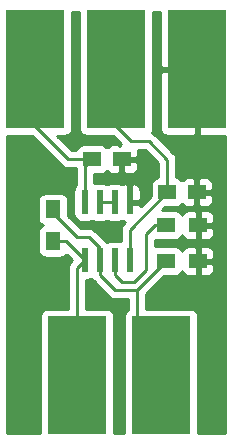
<source format=gtl>
G04 #@! TF.GenerationSoftware,KiCad,Pcbnew,(5.1.5)-3*
G04 #@! TF.CreationDate,2020-06-08T15:14:44-04:00*
G04 #@! TF.ProjectId,Vextrex Buzz Fix,56657874-7265-4782-9042-757a7a204669,rev?*
G04 #@! TF.SameCoordinates,Original*
G04 #@! TF.FileFunction,Copper,L1,Top*
G04 #@! TF.FilePolarity,Positive*
%FSLAX46Y46*%
G04 Gerber Fmt 4.6, Leading zero omitted, Abs format (unit mm)*
G04 Created by KiCad (PCBNEW (5.1.5)-3) date 2020-06-08 15:14:44*
%MOMM*%
%LPD*%
G04 APERTURE LIST*
%ADD10R,1.500000X1.250000*%
%ADD11R,1.500000X1.300000*%
%ADD12R,1.300000X1.500000*%
%ADD13R,0.600000X2.000000*%
%ADD14R,5.000000X10.000000*%
%ADD15C,0.600000*%
%ADD16C,0.250000*%
%ADD17C,0.254000*%
G04 APERTURE END LIST*
D10*
X147340000Y-99314000D03*
X149840000Y-99314000D03*
X153690000Y-102108000D03*
X156190000Y-102108000D03*
D11*
X153590000Y-107950000D03*
X156290000Y-107950000D03*
X153590000Y-104902000D03*
X156290000Y-104902000D03*
D12*
X144018000Y-106252000D03*
X144018000Y-103552000D03*
D13*
X146685000Y-107860000D03*
X147955000Y-107860000D03*
X150495000Y-107860000D03*
X150495000Y-102960000D03*
X149225000Y-102960000D03*
X147955000Y-102960000D03*
X146685000Y-102960000D03*
X149225000Y-107860000D03*
D14*
X153162000Y-117602000D03*
X146050000Y-117602000D03*
X142494000Y-91694000D03*
X149352000Y-91694000D03*
X156210000Y-91694000D03*
D15*
X145796000Y-97536000D03*
X141224000Y-101346000D03*
X141478000Y-113030000D03*
X149606000Y-111760000D03*
X156972000Y-111252000D03*
X152000000Y-100250000D03*
D16*
X147955000Y-102960000D02*
X149225000Y-102960000D01*
X147340000Y-99314000D02*
X145288000Y-99314000D01*
X145288000Y-99314000D02*
X142494000Y-96520000D01*
X142494000Y-96520000D02*
X142494000Y-91694000D01*
X146685000Y-102960000D02*
X146685000Y-99969000D01*
X146685000Y-99969000D02*
X147340000Y-99314000D01*
X149840000Y-99314000D02*
X149606000Y-99314000D01*
X153690000Y-102108000D02*
X153690000Y-99334000D01*
X150622000Y-97790000D02*
X148590000Y-95758000D01*
X152146000Y-97790000D02*
X150622000Y-97790000D01*
X153690000Y-99334000D02*
X152146000Y-97790000D01*
X150495000Y-107860000D02*
X150495000Y-105303000D01*
X150495000Y-105303000D02*
X153690000Y-102108000D01*
X144018000Y-103552000D02*
X144018000Y-103886000D01*
X144018000Y-103886000D02*
X146050000Y-105918000D01*
X146050000Y-105918000D02*
X147066000Y-105918000D01*
X147066000Y-105918000D02*
X147955000Y-106807000D01*
X147955000Y-106807000D02*
X147955000Y-107860000D01*
X151130000Y-110410000D02*
X149272000Y-110410000D01*
X147955000Y-109093000D02*
X147955000Y-107860000D01*
X149272000Y-110410000D02*
X147955000Y-109093000D01*
X151130000Y-113030000D02*
X151130000Y-110410000D01*
X151130000Y-110410000D02*
X153590000Y-107950000D01*
X144018000Y-106252000D02*
X145077000Y-106252000D01*
X145077000Y-106252000D02*
X146685000Y-107860000D01*
X146050000Y-113030000D02*
X146050000Y-108495000D01*
X146050000Y-108495000D02*
X146685000Y-107860000D01*
X153590000Y-104902000D02*
X152654000Y-104902000D01*
X149225000Y-109093000D02*
X149225000Y-107860000D01*
X149860000Y-109728000D02*
X149225000Y-109093000D01*
X150876000Y-109728000D02*
X149860000Y-109728000D01*
X151892000Y-108712000D02*
X150876000Y-109728000D01*
X151892000Y-105664000D02*
X151892000Y-108712000D01*
X152654000Y-104902000D02*
X151892000Y-105664000D01*
D17*
G36*
X153075000Y-91408250D02*
G01*
X153233750Y-91567000D01*
X156083000Y-91567000D01*
X156083000Y-91547000D01*
X156337000Y-91547000D01*
X156337000Y-91567000D01*
X156357000Y-91567000D01*
X156357000Y-91821000D01*
X156337000Y-91821000D01*
X156337000Y-97170250D01*
X156495750Y-97329000D01*
X158548000Y-97331847D01*
X158548001Y-122480000D01*
X156300072Y-122480000D01*
X156300072Y-112602000D01*
X156287812Y-112477518D01*
X156251502Y-112357820D01*
X156192537Y-112247506D01*
X156113185Y-112150815D01*
X156016494Y-112071463D01*
X155906180Y-112012498D01*
X155786482Y-111976188D01*
X155662000Y-111963928D01*
X151890000Y-111963928D01*
X151890000Y-110724801D01*
X153376730Y-109238072D01*
X154340000Y-109238072D01*
X154464482Y-109225812D01*
X154584180Y-109189502D01*
X154694494Y-109130537D01*
X154791185Y-109051185D01*
X154870537Y-108954494D01*
X154929502Y-108844180D01*
X154940000Y-108809573D01*
X154950498Y-108844180D01*
X155009463Y-108954494D01*
X155088815Y-109051185D01*
X155185506Y-109130537D01*
X155295820Y-109189502D01*
X155415518Y-109225812D01*
X155540000Y-109238072D01*
X156004250Y-109235000D01*
X156163000Y-109076250D01*
X156163000Y-108077000D01*
X156417000Y-108077000D01*
X156417000Y-109076250D01*
X156575750Y-109235000D01*
X157040000Y-109238072D01*
X157164482Y-109225812D01*
X157284180Y-109189502D01*
X157394494Y-109130537D01*
X157491185Y-109051185D01*
X157570537Y-108954494D01*
X157629502Y-108844180D01*
X157665812Y-108724482D01*
X157678072Y-108600000D01*
X157675000Y-108235750D01*
X157516250Y-108077000D01*
X156417000Y-108077000D01*
X156163000Y-108077000D01*
X156143000Y-108077000D01*
X156143000Y-107823000D01*
X156163000Y-107823000D01*
X156163000Y-106823750D01*
X156417000Y-106823750D01*
X156417000Y-107823000D01*
X157516250Y-107823000D01*
X157675000Y-107664250D01*
X157678072Y-107300000D01*
X157665812Y-107175518D01*
X157629502Y-107055820D01*
X157570537Y-106945506D01*
X157491185Y-106848815D01*
X157394494Y-106769463D01*
X157284180Y-106710498D01*
X157164482Y-106674188D01*
X157040000Y-106661928D01*
X156575750Y-106665000D01*
X156417000Y-106823750D01*
X156163000Y-106823750D01*
X156004250Y-106665000D01*
X155540000Y-106661928D01*
X155415518Y-106674188D01*
X155295820Y-106710498D01*
X155185506Y-106769463D01*
X155088815Y-106848815D01*
X155009463Y-106945506D01*
X154950498Y-107055820D01*
X154940000Y-107090427D01*
X154929502Y-107055820D01*
X154870537Y-106945506D01*
X154791185Y-106848815D01*
X154694494Y-106769463D01*
X154584180Y-106710498D01*
X154464482Y-106674188D01*
X154340000Y-106661928D01*
X152840000Y-106661928D01*
X152715518Y-106674188D01*
X152652000Y-106693456D01*
X152652000Y-106158544D01*
X152715518Y-106177812D01*
X152840000Y-106190072D01*
X154340000Y-106190072D01*
X154464482Y-106177812D01*
X154584180Y-106141502D01*
X154694494Y-106082537D01*
X154791185Y-106003185D01*
X154870537Y-105906494D01*
X154929502Y-105796180D01*
X154940000Y-105761573D01*
X154950498Y-105796180D01*
X155009463Y-105906494D01*
X155088815Y-106003185D01*
X155185506Y-106082537D01*
X155295820Y-106141502D01*
X155415518Y-106177812D01*
X155540000Y-106190072D01*
X156004250Y-106187000D01*
X156163000Y-106028250D01*
X156163000Y-105029000D01*
X156417000Y-105029000D01*
X156417000Y-106028250D01*
X156575750Y-106187000D01*
X157040000Y-106190072D01*
X157164482Y-106177812D01*
X157284180Y-106141502D01*
X157394494Y-106082537D01*
X157491185Y-106003185D01*
X157570537Y-105906494D01*
X157629502Y-105796180D01*
X157665812Y-105676482D01*
X157678072Y-105552000D01*
X157675000Y-105187750D01*
X157516250Y-105029000D01*
X156417000Y-105029000D01*
X156163000Y-105029000D01*
X156143000Y-105029000D01*
X156143000Y-104775000D01*
X156163000Y-104775000D01*
X156163000Y-103775750D01*
X156417000Y-103775750D01*
X156417000Y-104775000D01*
X157516250Y-104775000D01*
X157675000Y-104616250D01*
X157678072Y-104252000D01*
X157665812Y-104127518D01*
X157629502Y-104007820D01*
X157570537Y-103897506D01*
X157491185Y-103800815D01*
X157394494Y-103721463D01*
X157284180Y-103662498D01*
X157164482Y-103626188D01*
X157040000Y-103613928D01*
X156575750Y-103617000D01*
X156417000Y-103775750D01*
X156163000Y-103775750D01*
X156004250Y-103617000D01*
X155540000Y-103613928D01*
X155415518Y-103626188D01*
X155295820Y-103662498D01*
X155185506Y-103721463D01*
X155088815Y-103800815D01*
X155009463Y-103897506D01*
X154950498Y-104007820D01*
X154940000Y-104042427D01*
X154929502Y-104007820D01*
X154870537Y-103897506D01*
X154791185Y-103800815D01*
X154694494Y-103721463D01*
X154584180Y-103662498D01*
X154464482Y-103626188D01*
X154340000Y-103613928D01*
X153258874Y-103613928D01*
X153501730Y-103371072D01*
X154440000Y-103371072D01*
X154564482Y-103358812D01*
X154684180Y-103322502D01*
X154794494Y-103263537D01*
X154891185Y-103184185D01*
X154940000Y-103124704D01*
X154988815Y-103184185D01*
X155085506Y-103263537D01*
X155195820Y-103322502D01*
X155315518Y-103358812D01*
X155440000Y-103371072D01*
X155904250Y-103368000D01*
X156063000Y-103209250D01*
X156063000Y-102235000D01*
X156317000Y-102235000D01*
X156317000Y-103209250D01*
X156475750Y-103368000D01*
X156940000Y-103371072D01*
X157064482Y-103358812D01*
X157184180Y-103322502D01*
X157294494Y-103263537D01*
X157391185Y-103184185D01*
X157470537Y-103087494D01*
X157529502Y-102977180D01*
X157565812Y-102857482D01*
X157578072Y-102733000D01*
X157575000Y-102393750D01*
X157416250Y-102235000D01*
X156317000Y-102235000D01*
X156063000Y-102235000D01*
X156043000Y-102235000D01*
X156043000Y-101981000D01*
X156063000Y-101981000D01*
X156063000Y-101006750D01*
X156317000Y-101006750D01*
X156317000Y-101981000D01*
X157416250Y-101981000D01*
X157575000Y-101822250D01*
X157578072Y-101483000D01*
X157565812Y-101358518D01*
X157529502Y-101238820D01*
X157470537Y-101128506D01*
X157391185Y-101031815D01*
X157294494Y-100952463D01*
X157184180Y-100893498D01*
X157064482Y-100857188D01*
X156940000Y-100844928D01*
X156475750Y-100848000D01*
X156317000Y-101006750D01*
X156063000Y-101006750D01*
X155904250Y-100848000D01*
X155440000Y-100844928D01*
X155315518Y-100857188D01*
X155195820Y-100893498D01*
X155085506Y-100952463D01*
X154988815Y-101031815D01*
X154940000Y-101091296D01*
X154891185Y-101031815D01*
X154794494Y-100952463D01*
X154684180Y-100893498D01*
X154564482Y-100857188D01*
X154450000Y-100845913D01*
X154450000Y-99371325D01*
X154453676Y-99334000D01*
X154450000Y-99296675D01*
X154450000Y-99296667D01*
X154439003Y-99185014D01*
X154395546Y-99041753D01*
X154324974Y-98909724D01*
X154230001Y-98793999D01*
X154201003Y-98770201D01*
X152709804Y-97279003D01*
X152686001Y-97249999D01*
X152570276Y-97155026D01*
X152438247Y-97084454D01*
X152370012Y-97063756D01*
X152382537Y-97048494D01*
X152441502Y-96938180D01*
X152477812Y-96818482D01*
X152490072Y-96694000D01*
X153071928Y-96694000D01*
X153084188Y-96818482D01*
X153120498Y-96938180D01*
X153179463Y-97048494D01*
X153258815Y-97145185D01*
X153355506Y-97224537D01*
X153465820Y-97283502D01*
X153585518Y-97319812D01*
X153710000Y-97332072D01*
X155924250Y-97329000D01*
X156083000Y-97170250D01*
X156083000Y-91821000D01*
X153233750Y-91821000D01*
X153075000Y-91979750D01*
X153071928Y-96694000D01*
X152490072Y-96694000D01*
X152490072Y-86816000D01*
X153072008Y-86816000D01*
X153075000Y-91408250D01*
G37*
X153075000Y-91408250D02*
X153233750Y-91567000D01*
X156083000Y-91567000D01*
X156083000Y-91547000D01*
X156337000Y-91547000D01*
X156337000Y-91567000D01*
X156357000Y-91567000D01*
X156357000Y-91821000D01*
X156337000Y-91821000D01*
X156337000Y-97170250D01*
X156495750Y-97329000D01*
X158548000Y-97331847D01*
X158548001Y-122480000D01*
X156300072Y-122480000D01*
X156300072Y-112602000D01*
X156287812Y-112477518D01*
X156251502Y-112357820D01*
X156192537Y-112247506D01*
X156113185Y-112150815D01*
X156016494Y-112071463D01*
X155906180Y-112012498D01*
X155786482Y-111976188D01*
X155662000Y-111963928D01*
X151890000Y-111963928D01*
X151890000Y-110724801D01*
X153376730Y-109238072D01*
X154340000Y-109238072D01*
X154464482Y-109225812D01*
X154584180Y-109189502D01*
X154694494Y-109130537D01*
X154791185Y-109051185D01*
X154870537Y-108954494D01*
X154929502Y-108844180D01*
X154940000Y-108809573D01*
X154950498Y-108844180D01*
X155009463Y-108954494D01*
X155088815Y-109051185D01*
X155185506Y-109130537D01*
X155295820Y-109189502D01*
X155415518Y-109225812D01*
X155540000Y-109238072D01*
X156004250Y-109235000D01*
X156163000Y-109076250D01*
X156163000Y-108077000D01*
X156417000Y-108077000D01*
X156417000Y-109076250D01*
X156575750Y-109235000D01*
X157040000Y-109238072D01*
X157164482Y-109225812D01*
X157284180Y-109189502D01*
X157394494Y-109130537D01*
X157491185Y-109051185D01*
X157570537Y-108954494D01*
X157629502Y-108844180D01*
X157665812Y-108724482D01*
X157678072Y-108600000D01*
X157675000Y-108235750D01*
X157516250Y-108077000D01*
X156417000Y-108077000D01*
X156163000Y-108077000D01*
X156143000Y-108077000D01*
X156143000Y-107823000D01*
X156163000Y-107823000D01*
X156163000Y-106823750D01*
X156417000Y-106823750D01*
X156417000Y-107823000D01*
X157516250Y-107823000D01*
X157675000Y-107664250D01*
X157678072Y-107300000D01*
X157665812Y-107175518D01*
X157629502Y-107055820D01*
X157570537Y-106945506D01*
X157491185Y-106848815D01*
X157394494Y-106769463D01*
X157284180Y-106710498D01*
X157164482Y-106674188D01*
X157040000Y-106661928D01*
X156575750Y-106665000D01*
X156417000Y-106823750D01*
X156163000Y-106823750D01*
X156004250Y-106665000D01*
X155540000Y-106661928D01*
X155415518Y-106674188D01*
X155295820Y-106710498D01*
X155185506Y-106769463D01*
X155088815Y-106848815D01*
X155009463Y-106945506D01*
X154950498Y-107055820D01*
X154940000Y-107090427D01*
X154929502Y-107055820D01*
X154870537Y-106945506D01*
X154791185Y-106848815D01*
X154694494Y-106769463D01*
X154584180Y-106710498D01*
X154464482Y-106674188D01*
X154340000Y-106661928D01*
X152840000Y-106661928D01*
X152715518Y-106674188D01*
X152652000Y-106693456D01*
X152652000Y-106158544D01*
X152715518Y-106177812D01*
X152840000Y-106190072D01*
X154340000Y-106190072D01*
X154464482Y-106177812D01*
X154584180Y-106141502D01*
X154694494Y-106082537D01*
X154791185Y-106003185D01*
X154870537Y-105906494D01*
X154929502Y-105796180D01*
X154940000Y-105761573D01*
X154950498Y-105796180D01*
X155009463Y-105906494D01*
X155088815Y-106003185D01*
X155185506Y-106082537D01*
X155295820Y-106141502D01*
X155415518Y-106177812D01*
X155540000Y-106190072D01*
X156004250Y-106187000D01*
X156163000Y-106028250D01*
X156163000Y-105029000D01*
X156417000Y-105029000D01*
X156417000Y-106028250D01*
X156575750Y-106187000D01*
X157040000Y-106190072D01*
X157164482Y-106177812D01*
X157284180Y-106141502D01*
X157394494Y-106082537D01*
X157491185Y-106003185D01*
X157570537Y-105906494D01*
X157629502Y-105796180D01*
X157665812Y-105676482D01*
X157678072Y-105552000D01*
X157675000Y-105187750D01*
X157516250Y-105029000D01*
X156417000Y-105029000D01*
X156163000Y-105029000D01*
X156143000Y-105029000D01*
X156143000Y-104775000D01*
X156163000Y-104775000D01*
X156163000Y-103775750D01*
X156417000Y-103775750D01*
X156417000Y-104775000D01*
X157516250Y-104775000D01*
X157675000Y-104616250D01*
X157678072Y-104252000D01*
X157665812Y-104127518D01*
X157629502Y-104007820D01*
X157570537Y-103897506D01*
X157491185Y-103800815D01*
X157394494Y-103721463D01*
X157284180Y-103662498D01*
X157164482Y-103626188D01*
X157040000Y-103613928D01*
X156575750Y-103617000D01*
X156417000Y-103775750D01*
X156163000Y-103775750D01*
X156004250Y-103617000D01*
X155540000Y-103613928D01*
X155415518Y-103626188D01*
X155295820Y-103662498D01*
X155185506Y-103721463D01*
X155088815Y-103800815D01*
X155009463Y-103897506D01*
X154950498Y-104007820D01*
X154940000Y-104042427D01*
X154929502Y-104007820D01*
X154870537Y-103897506D01*
X154791185Y-103800815D01*
X154694494Y-103721463D01*
X154584180Y-103662498D01*
X154464482Y-103626188D01*
X154340000Y-103613928D01*
X153258874Y-103613928D01*
X153501730Y-103371072D01*
X154440000Y-103371072D01*
X154564482Y-103358812D01*
X154684180Y-103322502D01*
X154794494Y-103263537D01*
X154891185Y-103184185D01*
X154940000Y-103124704D01*
X154988815Y-103184185D01*
X155085506Y-103263537D01*
X155195820Y-103322502D01*
X155315518Y-103358812D01*
X155440000Y-103371072D01*
X155904250Y-103368000D01*
X156063000Y-103209250D01*
X156063000Y-102235000D01*
X156317000Y-102235000D01*
X156317000Y-103209250D01*
X156475750Y-103368000D01*
X156940000Y-103371072D01*
X157064482Y-103358812D01*
X157184180Y-103322502D01*
X157294494Y-103263537D01*
X157391185Y-103184185D01*
X157470537Y-103087494D01*
X157529502Y-102977180D01*
X157565812Y-102857482D01*
X157578072Y-102733000D01*
X157575000Y-102393750D01*
X157416250Y-102235000D01*
X156317000Y-102235000D01*
X156063000Y-102235000D01*
X156043000Y-102235000D01*
X156043000Y-101981000D01*
X156063000Y-101981000D01*
X156063000Y-101006750D01*
X156317000Y-101006750D01*
X156317000Y-101981000D01*
X157416250Y-101981000D01*
X157575000Y-101822250D01*
X157578072Y-101483000D01*
X157565812Y-101358518D01*
X157529502Y-101238820D01*
X157470537Y-101128506D01*
X157391185Y-101031815D01*
X157294494Y-100952463D01*
X157184180Y-100893498D01*
X157064482Y-100857188D01*
X156940000Y-100844928D01*
X156475750Y-100848000D01*
X156317000Y-101006750D01*
X156063000Y-101006750D01*
X155904250Y-100848000D01*
X155440000Y-100844928D01*
X155315518Y-100857188D01*
X155195820Y-100893498D01*
X155085506Y-100952463D01*
X154988815Y-101031815D01*
X154940000Y-101091296D01*
X154891185Y-101031815D01*
X154794494Y-100952463D01*
X154684180Y-100893498D01*
X154564482Y-100857188D01*
X154450000Y-100845913D01*
X154450000Y-99371325D01*
X154453676Y-99334000D01*
X154450000Y-99296675D01*
X154450000Y-99296667D01*
X154439003Y-99185014D01*
X154395546Y-99041753D01*
X154324974Y-98909724D01*
X154230001Y-98793999D01*
X154201003Y-98770201D01*
X152709804Y-97279003D01*
X152686001Y-97249999D01*
X152570276Y-97155026D01*
X152438247Y-97084454D01*
X152370012Y-97063756D01*
X152382537Y-97048494D01*
X152441502Y-96938180D01*
X152477812Y-96818482D01*
X152490072Y-96694000D01*
X153071928Y-96694000D01*
X153084188Y-96818482D01*
X153120498Y-96938180D01*
X153179463Y-97048494D01*
X153258815Y-97145185D01*
X153355506Y-97224537D01*
X153465820Y-97283502D01*
X153585518Y-97319812D01*
X153710000Y-97332072D01*
X155924250Y-97329000D01*
X156083000Y-97170250D01*
X156083000Y-91821000D01*
X153233750Y-91821000D01*
X153075000Y-91979750D01*
X153071928Y-96694000D01*
X152490072Y-96694000D01*
X152490072Y-86816000D01*
X153072008Y-86816000D01*
X153075000Y-91408250D01*
G36*
X147320026Y-109517276D02*
G01*
X147359871Y-109565826D01*
X147414999Y-109633001D01*
X147444003Y-109656804D01*
X148708201Y-110921003D01*
X148731999Y-110950001D01*
X148847724Y-111044974D01*
X148979753Y-111115546D01*
X149123014Y-111159003D01*
X149234667Y-111170000D01*
X149234676Y-111170000D01*
X149271999Y-111173676D01*
X149309322Y-111170000D01*
X150370001Y-111170000D01*
X150370000Y-112038059D01*
X150307506Y-112071463D01*
X150210815Y-112150815D01*
X150131463Y-112247506D01*
X150072498Y-112357820D01*
X150036188Y-112477518D01*
X150023928Y-112602000D01*
X150023928Y-122480000D01*
X149188072Y-122480000D01*
X149188072Y-112602000D01*
X149175812Y-112477518D01*
X149139502Y-112357820D01*
X149080537Y-112247506D01*
X149001185Y-112150815D01*
X148904494Y-112071463D01*
X148794180Y-112012498D01*
X148674482Y-111976188D01*
X148550000Y-111963928D01*
X146810000Y-111963928D01*
X146810000Y-109498072D01*
X146985000Y-109498072D01*
X147109482Y-109485812D01*
X147229180Y-109449502D01*
X147271662Y-109426794D01*
X147320026Y-109517276D01*
G37*
X147320026Y-109517276D02*
X147359871Y-109565826D01*
X147414999Y-109633001D01*
X147444003Y-109656804D01*
X148708201Y-110921003D01*
X148731999Y-110950001D01*
X148847724Y-111044974D01*
X148979753Y-111115546D01*
X149123014Y-111159003D01*
X149234667Y-111170000D01*
X149234676Y-111170000D01*
X149271999Y-111173676D01*
X149309322Y-111170000D01*
X150370001Y-111170000D01*
X150370000Y-112038059D01*
X150307506Y-112071463D01*
X150210815Y-112150815D01*
X150131463Y-112247506D01*
X150072498Y-112357820D01*
X150036188Y-112477518D01*
X150023928Y-112602000D01*
X150023928Y-122480000D01*
X149188072Y-122480000D01*
X149188072Y-112602000D01*
X149175812Y-112477518D01*
X149139502Y-112357820D01*
X149080537Y-112247506D01*
X149001185Y-112150815D01*
X148904494Y-112071463D01*
X148794180Y-112012498D01*
X148674482Y-111976188D01*
X148550000Y-111963928D01*
X146810000Y-111963928D01*
X146810000Y-109498072D01*
X146985000Y-109498072D01*
X147109482Y-109485812D01*
X147229180Y-109449502D01*
X147271662Y-109426794D01*
X147320026Y-109517276D01*
G36*
X144724201Y-99825003D02*
G01*
X144747999Y-99854001D01*
X144863724Y-99948974D01*
X144995753Y-100019546D01*
X145139014Y-100063003D01*
X145250667Y-100074000D01*
X145250675Y-100074000D01*
X145288000Y-100077676D01*
X145325325Y-100074000D01*
X145925001Y-100074000D01*
X145925000Y-101519556D01*
X145854463Y-101605506D01*
X145795498Y-101715820D01*
X145759188Y-101835518D01*
X145746928Y-101960000D01*
X145746928Y-103960000D01*
X145759188Y-104084482D01*
X145795498Y-104204180D01*
X145854463Y-104314494D01*
X145933815Y-104411185D01*
X146030506Y-104490537D01*
X146140820Y-104549502D01*
X146260518Y-104585812D01*
X146385000Y-104598072D01*
X146985000Y-104598072D01*
X147109482Y-104585812D01*
X147229180Y-104549502D01*
X147320000Y-104500957D01*
X147410820Y-104549502D01*
X147530518Y-104585812D01*
X147655000Y-104598072D01*
X148255000Y-104598072D01*
X148379482Y-104585812D01*
X148499180Y-104549502D01*
X148590000Y-104500957D01*
X148680820Y-104549502D01*
X148800518Y-104585812D01*
X148925000Y-104598072D01*
X149525000Y-104598072D01*
X149649482Y-104585812D01*
X149769180Y-104549502D01*
X149860000Y-104500957D01*
X149950820Y-104549502D01*
X150070518Y-104585812D01*
X150131392Y-104591807D01*
X149983998Y-104739201D01*
X149955000Y-104762999D01*
X149931202Y-104791997D01*
X149931201Y-104791998D01*
X149860026Y-104878724D01*
X149789454Y-105010754D01*
X149759180Y-105110558D01*
X149745998Y-105154014D01*
X149744522Y-105168997D01*
X149731324Y-105303000D01*
X149735001Y-105340332D01*
X149735001Y-106260130D01*
X149649482Y-106234188D01*
X149525000Y-106221928D01*
X148925000Y-106221928D01*
X148800518Y-106234188D01*
X148680820Y-106270498D01*
X148590000Y-106319043D01*
X148499180Y-106270498D01*
X148497439Y-106269970D01*
X148495001Y-106266999D01*
X148466004Y-106243202D01*
X147629803Y-105407002D01*
X147606001Y-105377999D01*
X147490276Y-105283026D01*
X147358247Y-105212454D01*
X147214986Y-105168997D01*
X147103333Y-105158000D01*
X147103322Y-105158000D01*
X147066000Y-105154324D01*
X147028678Y-105158000D01*
X146364802Y-105158000D01*
X145306072Y-104099271D01*
X145306072Y-102802000D01*
X145293812Y-102677518D01*
X145257502Y-102557820D01*
X145198537Y-102447506D01*
X145119185Y-102350815D01*
X145022494Y-102271463D01*
X144912180Y-102212498D01*
X144792482Y-102176188D01*
X144668000Y-102163928D01*
X143368000Y-102163928D01*
X143243518Y-102176188D01*
X143123820Y-102212498D01*
X143013506Y-102271463D01*
X142916815Y-102350815D01*
X142837463Y-102447506D01*
X142778498Y-102557820D01*
X142742188Y-102677518D01*
X142729928Y-102802000D01*
X142729928Y-104302000D01*
X142742188Y-104426482D01*
X142778498Y-104546180D01*
X142837463Y-104656494D01*
X142916815Y-104753185D01*
X143013506Y-104832537D01*
X143123820Y-104891502D01*
X143158427Y-104902000D01*
X143123820Y-104912498D01*
X143013506Y-104971463D01*
X142916815Y-105050815D01*
X142837463Y-105147506D01*
X142778498Y-105257820D01*
X142742188Y-105377518D01*
X142729928Y-105502000D01*
X142729928Y-107002000D01*
X142742188Y-107126482D01*
X142778498Y-107246180D01*
X142837463Y-107356494D01*
X142916815Y-107453185D01*
X143013506Y-107532537D01*
X143123820Y-107591502D01*
X143243518Y-107627812D01*
X143368000Y-107640072D01*
X144668000Y-107640072D01*
X144792482Y-107627812D01*
X144912180Y-107591502D01*
X145022494Y-107532537D01*
X145119185Y-107453185D01*
X145157138Y-107406939D01*
X145610198Y-107860001D01*
X145538998Y-107931201D01*
X145510000Y-107954999D01*
X145486202Y-107983997D01*
X145486201Y-107983998D01*
X145415026Y-108070724D01*
X145344454Y-108202754D01*
X145319726Y-108284275D01*
X145300998Y-108346014D01*
X145295681Y-108400000D01*
X145286324Y-108495000D01*
X145290001Y-108532332D01*
X145290000Y-111963928D01*
X143550000Y-111963928D01*
X143425518Y-111976188D01*
X143305820Y-112012498D01*
X143195506Y-112071463D01*
X143098815Y-112150815D01*
X143019463Y-112247506D01*
X142960498Y-112357820D01*
X142924188Y-112477518D01*
X142911928Y-112602000D01*
X142911928Y-122480000D01*
X140156000Y-122480000D01*
X140156000Y-97332072D01*
X142231271Y-97332072D01*
X144724201Y-99825003D01*
G37*
X144724201Y-99825003D02*
X144747999Y-99854001D01*
X144863724Y-99948974D01*
X144995753Y-100019546D01*
X145139014Y-100063003D01*
X145250667Y-100074000D01*
X145250675Y-100074000D01*
X145288000Y-100077676D01*
X145325325Y-100074000D01*
X145925001Y-100074000D01*
X145925000Y-101519556D01*
X145854463Y-101605506D01*
X145795498Y-101715820D01*
X145759188Y-101835518D01*
X145746928Y-101960000D01*
X145746928Y-103960000D01*
X145759188Y-104084482D01*
X145795498Y-104204180D01*
X145854463Y-104314494D01*
X145933815Y-104411185D01*
X146030506Y-104490537D01*
X146140820Y-104549502D01*
X146260518Y-104585812D01*
X146385000Y-104598072D01*
X146985000Y-104598072D01*
X147109482Y-104585812D01*
X147229180Y-104549502D01*
X147320000Y-104500957D01*
X147410820Y-104549502D01*
X147530518Y-104585812D01*
X147655000Y-104598072D01*
X148255000Y-104598072D01*
X148379482Y-104585812D01*
X148499180Y-104549502D01*
X148590000Y-104500957D01*
X148680820Y-104549502D01*
X148800518Y-104585812D01*
X148925000Y-104598072D01*
X149525000Y-104598072D01*
X149649482Y-104585812D01*
X149769180Y-104549502D01*
X149860000Y-104500957D01*
X149950820Y-104549502D01*
X150070518Y-104585812D01*
X150131392Y-104591807D01*
X149983998Y-104739201D01*
X149955000Y-104762999D01*
X149931202Y-104791997D01*
X149931201Y-104791998D01*
X149860026Y-104878724D01*
X149789454Y-105010754D01*
X149759180Y-105110558D01*
X149745998Y-105154014D01*
X149744522Y-105168997D01*
X149731324Y-105303000D01*
X149735001Y-105340332D01*
X149735001Y-106260130D01*
X149649482Y-106234188D01*
X149525000Y-106221928D01*
X148925000Y-106221928D01*
X148800518Y-106234188D01*
X148680820Y-106270498D01*
X148590000Y-106319043D01*
X148499180Y-106270498D01*
X148497439Y-106269970D01*
X148495001Y-106266999D01*
X148466004Y-106243202D01*
X147629803Y-105407002D01*
X147606001Y-105377999D01*
X147490276Y-105283026D01*
X147358247Y-105212454D01*
X147214986Y-105168997D01*
X147103333Y-105158000D01*
X147103322Y-105158000D01*
X147066000Y-105154324D01*
X147028678Y-105158000D01*
X146364802Y-105158000D01*
X145306072Y-104099271D01*
X145306072Y-102802000D01*
X145293812Y-102677518D01*
X145257502Y-102557820D01*
X145198537Y-102447506D01*
X145119185Y-102350815D01*
X145022494Y-102271463D01*
X144912180Y-102212498D01*
X144792482Y-102176188D01*
X144668000Y-102163928D01*
X143368000Y-102163928D01*
X143243518Y-102176188D01*
X143123820Y-102212498D01*
X143013506Y-102271463D01*
X142916815Y-102350815D01*
X142837463Y-102447506D01*
X142778498Y-102557820D01*
X142742188Y-102677518D01*
X142729928Y-102802000D01*
X142729928Y-104302000D01*
X142742188Y-104426482D01*
X142778498Y-104546180D01*
X142837463Y-104656494D01*
X142916815Y-104753185D01*
X143013506Y-104832537D01*
X143123820Y-104891502D01*
X143158427Y-104902000D01*
X143123820Y-104912498D01*
X143013506Y-104971463D01*
X142916815Y-105050815D01*
X142837463Y-105147506D01*
X142778498Y-105257820D01*
X142742188Y-105377518D01*
X142729928Y-105502000D01*
X142729928Y-107002000D01*
X142742188Y-107126482D01*
X142778498Y-107246180D01*
X142837463Y-107356494D01*
X142916815Y-107453185D01*
X143013506Y-107532537D01*
X143123820Y-107591502D01*
X143243518Y-107627812D01*
X143368000Y-107640072D01*
X144668000Y-107640072D01*
X144792482Y-107627812D01*
X144912180Y-107591502D01*
X145022494Y-107532537D01*
X145119185Y-107453185D01*
X145157138Y-107406939D01*
X145610198Y-107860001D01*
X145538998Y-107931201D01*
X145510000Y-107954999D01*
X145486202Y-107983997D01*
X145486201Y-107983998D01*
X145415026Y-108070724D01*
X145344454Y-108202754D01*
X145319726Y-108284275D01*
X145300998Y-108346014D01*
X145295681Y-108400000D01*
X145286324Y-108495000D01*
X145290001Y-108532332D01*
X145290000Y-111963928D01*
X143550000Y-111963928D01*
X143425518Y-111976188D01*
X143305820Y-112012498D01*
X143195506Y-112071463D01*
X143098815Y-112150815D01*
X143019463Y-112247506D01*
X142960498Y-112357820D01*
X142924188Y-112477518D01*
X142911928Y-112602000D01*
X142911928Y-122480000D01*
X140156000Y-122480000D01*
X140156000Y-97332072D01*
X142231271Y-97332072D01*
X144724201Y-99825003D01*
G36*
X152930001Y-99648803D02*
G01*
X152930000Y-100845913D01*
X152815518Y-100857188D01*
X152695820Y-100893498D01*
X152585506Y-100952463D01*
X152488815Y-101031815D01*
X152409463Y-101128506D01*
X152350498Y-101238820D01*
X152314188Y-101358518D01*
X152301928Y-101483000D01*
X152301928Y-102421270D01*
X151430203Y-103292995D01*
X151430000Y-103245750D01*
X151271250Y-103087000D01*
X150622000Y-103087000D01*
X150622000Y-103107000D01*
X150368000Y-103107000D01*
X150368000Y-103087000D01*
X150348000Y-103087000D01*
X150348000Y-102833000D01*
X150368000Y-102833000D01*
X150368000Y-101483750D01*
X150622000Y-101483750D01*
X150622000Y-102833000D01*
X151271250Y-102833000D01*
X151430000Y-102674250D01*
X151433072Y-101960000D01*
X151420812Y-101835518D01*
X151384502Y-101715820D01*
X151325537Y-101605506D01*
X151246185Y-101508815D01*
X151149494Y-101429463D01*
X151039180Y-101370498D01*
X150919482Y-101334188D01*
X150795000Y-101321928D01*
X150780750Y-101325000D01*
X150622000Y-101483750D01*
X150368000Y-101483750D01*
X150209250Y-101325000D01*
X150195000Y-101321928D01*
X150070518Y-101334188D01*
X149950820Y-101370498D01*
X149860000Y-101419043D01*
X149769180Y-101370498D01*
X149649482Y-101334188D01*
X149525000Y-101321928D01*
X148925000Y-101321928D01*
X148800518Y-101334188D01*
X148680820Y-101370498D01*
X148590000Y-101419043D01*
X148499180Y-101370498D01*
X148379482Y-101334188D01*
X148255000Y-101321928D01*
X147655000Y-101321928D01*
X147530518Y-101334188D01*
X147445000Y-101360130D01*
X147445000Y-100577072D01*
X148090000Y-100577072D01*
X148214482Y-100564812D01*
X148334180Y-100528502D01*
X148444494Y-100469537D01*
X148541185Y-100390185D01*
X148590000Y-100330704D01*
X148638815Y-100390185D01*
X148735506Y-100469537D01*
X148845820Y-100528502D01*
X148965518Y-100564812D01*
X149090000Y-100577072D01*
X149554250Y-100574000D01*
X149713000Y-100415250D01*
X149713000Y-99441000D01*
X149967000Y-99441000D01*
X149967000Y-100415250D01*
X150125750Y-100574000D01*
X150590000Y-100577072D01*
X150714482Y-100564812D01*
X150834180Y-100528502D01*
X150944494Y-100469537D01*
X151041185Y-100390185D01*
X151120537Y-100293494D01*
X151179502Y-100183180D01*
X151215812Y-100063482D01*
X151228072Y-99939000D01*
X151225000Y-99599750D01*
X151066250Y-99441000D01*
X149967000Y-99441000D01*
X149713000Y-99441000D01*
X149693000Y-99441000D01*
X149693000Y-99187000D01*
X149713000Y-99187000D01*
X149713000Y-99167000D01*
X149967000Y-99167000D01*
X149967000Y-99187000D01*
X151066250Y-99187000D01*
X151225000Y-99028250D01*
X151228072Y-98689000D01*
X151215812Y-98564518D01*
X151211408Y-98550000D01*
X151831199Y-98550000D01*
X152930001Y-99648803D01*
G37*
X152930001Y-99648803D02*
X152930000Y-100845913D01*
X152815518Y-100857188D01*
X152695820Y-100893498D01*
X152585506Y-100952463D01*
X152488815Y-101031815D01*
X152409463Y-101128506D01*
X152350498Y-101238820D01*
X152314188Y-101358518D01*
X152301928Y-101483000D01*
X152301928Y-102421270D01*
X151430203Y-103292995D01*
X151430000Y-103245750D01*
X151271250Y-103087000D01*
X150622000Y-103087000D01*
X150622000Y-103107000D01*
X150368000Y-103107000D01*
X150368000Y-103087000D01*
X150348000Y-103087000D01*
X150348000Y-102833000D01*
X150368000Y-102833000D01*
X150368000Y-101483750D01*
X150622000Y-101483750D01*
X150622000Y-102833000D01*
X151271250Y-102833000D01*
X151430000Y-102674250D01*
X151433072Y-101960000D01*
X151420812Y-101835518D01*
X151384502Y-101715820D01*
X151325537Y-101605506D01*
X151246185Y-101508815D01*
X151149494Y-101429463D01*
X151039180Y-101370498D01*
X150919482Y-101334188D01*
X150795000Y-101321928D01*
X150780750Y-101325000D01*
X150622000Y-101483750D01*
X150368000Y-101483750D01*
X150209250Y-101325000D01*
X150195000Y-101321928D01*
X150070518Y-101334188D01*
X149950820Y-101370498D01*
X149860000Y-101419043D01*
X149769180Y-101370498D01*
X149649482Y-101334188D01*
X149525000Y-101321928D01*
X148925000Y-101321928D01*
X148800518Y-101334188D01*
X148680820Y-101370498D01*
X148590000Y-101419043D01*
X148499180Y-101370498D01*
X148379482Y-101334188D01*
X148255000Y-101321928D01*
X147655000Y-101321928D01*
X147530518Y-101334188D01*
X147445000Y-101360130D01*
X147445000Y-100577072D01*
X148090000Y-100577072D01*
X148214482Y-100564812D01*
X148334180Y-100528502D01*
X148444494Y-100469537D01*
X148541185Y-100390185D01*
X148590000Y-100330704D01*
X148638815Y-100390185D01*
X148735506Y-100469537D01*
X148845820Y-100528502D01*
X148965518Y-100564812D01*
X149090000Y-100577072D01*
X149554250Y-100574000D01*
X149713000Y-100415250D01*
X149713000Y-99441000D01*
X149967000Y-99441000D01*
X149967000Y-100415250D01*
X150125750Y-100574000D01*
X150590000Y-100577072D01*
X150714482Y-100564812D01*
X150834180Y-100528502D01*
X150944494Y-100469537D01*
X151041185Y-100390185D01*
X151120537Y-100293494D01*
X151179502Y-100183180D01*
X151215812Y-100063482D01*
X151228072Y-99939000D01*
X151225000Y-99599750D01*
X151066250Y-99441000D01*
X149967000Y-99441000D01*
X149713000Y-99441000D01*
X149693000Y-99441000D01*
X149693000Y-99187000D01*
X149713000Y-99187000D01*
X149713000Y-99167000D01*
X149967000Y-99167000D01*
X149967000Y-99187000D01*
X151066250Y-99187000D01*
X151225000Y-99028250D01*
X151228072Y-98689000D01*
X151215812Y-98564518D01*
X151211408Y-98550000D01*
X151831199Y-98550000D01*
X152930001Y-99648803D01*
G36*
X146213928Y-96694000D02*
G01*
X146226188Y-96818482D01*
X146262498Y-96938180D01*
X146321463Y-97048494D01*
X146400815Y-97145185D01*
X146497506Y-97224537D01*
X146607820Y-97283502D01*
X146727518Y-97319812D01*
X146852000Y-97332072D01*
X149089270Y-97332072D01*
X149811198Y-98054000D01*
X149712998Y-98054000D01*
X149712998Y-98212748D01*
X149554250Y-98054000D01*
X149090000Y-98050928D01*
X148965518Y-98063188D01*
X148845820Y-98099498D01*
X148735506Y-98158463D01*
X148638815Y-98237815D01*
X148590000Y-98297296D01*
X148541185Y-98237815D01*
X148444494Y-98158463D01*
X148334180Y-98099498D01*
X148214482Y-98063188D01*
X148090000Y-98050928D01*
X146590000Y-98050928D01*
X146465518Y-98063188D01*
X146345820Y-98099498D01*
X146235506Y-98158463D01*
X146138815Y-98237815D01*
X146059463Y-98334506D01*
X146000498Y-98444820D01*
X145967379Y-98554000D01*
X145602802Y-98554000D01*
X144380873Y-97332072D01*
X144994000Y-97332072D01*
X145118482Y-97319812D01*
X145238180Y-97283502D01*
X145348494Y-97224537D01*
X145445185Y-97145185D01*
X145524537Y-97048494D01*
X145583502Y-96938180D01*
X145619812Y-96818482D01*
X145632072Y-96694000D01*
X145632072Y-86816000D01*
X146213928Y-86816000D01*
X146213928Y-96694000D01*
G37*
X146213928Y-96694000D02*
X146226188Y-96818482D01*
X146262498Y-96938180D01*
X146321463Y-97048494D01*
X146400815Y-97145185D01*
X146497506Y-97224537D01*
X146607820Y-97283502D01*
X146727518Y-97319812D01*
X146852000Y-97332072D01*
X149089270Y-97332072D01*
X149811198Y-98054000D01*
X149712998Y-98054000D01*
X149712998Y-98212748D01*
X149554250Y-98054000D01*
X149090000Y-98050928D01*
X148965518Y-98063188D01*
X148845820Y-98099498D01*
X148735506Y-98158463D01*
X148638815Y-98237815D01*
X148590000Y-98297296D01*
X148541185Y-98237815D01*
X148444494Y-98158463D01*
X148334180Y-98099498D01*
X148214482Y-98063188D01*
X148090000Y-98050928D01*
X146590000Y-98050928D01*
X146465518Y-98063188D01*
X146345820Y-98099498D01*
X146235506Y-98158463D01*
X146138815Y-98237815D01*
X146059463Y-98334506D01*
X146000498Y-98444820D01*
X145967379Y-98554000D01*
X145602802Y-98554000D01*
X144380873Y-97332072D01*
X144994000Y-97332072D01*
X145118482Y-97319812D01*
X145238180Y-97283502D01*
X145348494Y-97224537D01*
X145445185Y-97145185D01*
X145524537Y-97048494D01*
X145583502Y-96938180D01*
X145619812Y-96818482D01*
X145632072Y-96694000D01*
X145632072Y-86816000D01*
X146213928Y-86816000D01*
X146213928Y-96694000D01*
M02*

</source>
